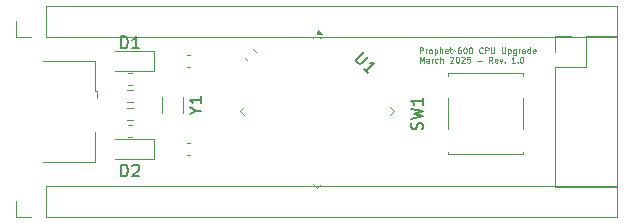
<source format=gbr>
%TF.GenerationSoftware,KiCad,Pcbnew,9.0.0*%
%TF.CreationDate,2025-03-29T18:59:15-04:00*%
%TF.ProjectId,Pro600_CPU_Upgrade,50726f36-3030-45f4-9350-555f55706772,rev?*%
%TF.SameCoordinates,Original*%
%TF.FileFunction,Legend,Top*%
%TF.FilePolarity,Positive*%
%FSLAX46Y46*%
G04 Gerber Fmt 4.6, Leading zero omitted, Abs format (unit mm)*
G04 Created by KiCad (PCBNEW 9.0.0) date 2025-03-29 18:59:15*
%MOMM*%
%LPD*%
G01*
G04 APERTURE LIST*
%ADD10C,0.100000*%
%ADD11C,0.150000*%
%ADD12C,0.120000*%
G04 APERTURE END LIST*
D10*
X84934836Y-29378637D02*
X84934836Y-28878637D01*
X84934836Y-28878637D02*
X85125312Y-28878637D01*
X85125312Y-28878637D02*
X85172931Y-28902447D01*
X85172931Y-28902447D02*
X85196741Y-28926256D01*
X85196741Y-28926256D02*
X85220550Y-28973875D01*
X85220550Y-28973875D02*
X85220550Y-29045304D01*
X85220550Y-29045304D02*
X85196741Y-29092923D01*
X85196741Y-29092923D02*
X85172931Y-29116732D01*
X85172931Y-29116732D02*
X85125312Y-29140542D01*
X85125312Y-29140542D02*
X84934836Y-29140542D01*
X85434836Y-29378637D02*
X85434836Y-29045304D01*
X85434836Y-29140542D02*
X85458646Y-29092923D01*
X85458646Y-29092923D02*
X85482455Y-29069113D01*
X85482455Y-29069113D02*
X85530074Y-29045304D01*
X85530074Y-29045304D02*
X85577693Y-29045304D01*
X85815789Y-29378637D02*
X85768170Y-29354828D01*
X85768170Y-29354828D02*
X85744360Y-29331018D01*
X85744360Y-29331018D02*
X85720551Y-29283399D01*
X85720551Y-29283399D02*
X85720551Y-29140542D01*
X85720551Y-29140542D02*
X85744360Y-29092923D01*
X85744360Y-29092923D02*
X85768170Y-29069113D01*
X85768170Y-29069113D02*
X85815789Y-29045304D01*
X85815789Y-29045304D02*
X85887217Y-29045304D01*
X85887217Y-29045304D02*
X85934836Y-29069113D01*
X85934836Y-29069113D02*
X85958646Y-29092923D01*
X85958646Y-29092923D02*
X85982455Y-29140542D01*
X85982455Y-29140542D02*
X85982455Y-29283399D01*
X85982455Y-29283399D02*
X85958646Y-29331018D01*
X85958646Y-29331018D02*
X85934836Y-29354828D01*
X85934836Y-29354828D02*
X85887217Y-29378637D01*
X85887217Y-29378637D02*
X85815789Y-29378637D01*
X86196741Y-29045304D02*
X86196741Y-29545304D01*
X86196741Y-29069113D02*
X86244360Y-29045304D01*
X86244360Y-29045304D02*
X86339598Y-29045304D01*
X86339598Y-29045304D02*
X86387217Y-29069113D01*
X86387217Y-29069113D02*
X86411027Y-29092923D01*
X86411027Y-29092923D02*
X86434836Y-29140542D01*
X86434836Y-29140542D02*
X86434836Y-29283399D01*
X86434836Y-29283399D02*
X86411027Y-29331018D01*
X86411027Y-29331018D02*
X86387217Y-29354828D01*
X86387217Y-29354828D02*
X86339598Y-29378637D01*
X86339598Y-29378637D02*
X86244360Y-29378637D01*
X86244360Y-29378637D02*
X86196741Y-29354828D01*
X86649122Y-29378637D02*
X86649122Y-28878637D01*
X86863408Y-29378637D02*
X86863408Y-29116732D01*
X86863408Y-29116732D02*
X86839598Y-29069113D01*
X86839598Y-29069113D02*
X86791979Y-29045304D01*
X86791979Y-29045304D02*
X86720551Y-29045304D01*
X86720551Y-29045304D02*
X86672932Y-29069113D01*
X86672932Y-29069113D02*
X86649122Y-29092923D01*
X87291979Y-29354828D02*
X87244360Y-29378637D01*
X87244360Y-29378637D02*
X87149122Y-29378637D01*
X87149122Y-29378637D02*
X87101503Y-29354828D01*
X87101503Y-29354828D02*
X87077694Y-29307208D01*
X87077694Y-29307208D02*
X87077694Y-29116732D01*
X87077694Y-29116732D02*
X87101503Y-29069113D01*
X87101503Y-29069113D02*
X87149122Y-29045304D01*
X87149122Y-29045304D02*
X87244360Y-29045304D01*
X87244360Y-29045304D02*
X87291979Y-29069113D01*
X87291979Y-29069113D02*
X87315789Y-29116732D01*
X87315789Y-29116732D02*
X87315789Y-29164351D01*
X87315789Y-29164351D02*
X87077694Y-29211970D01*
X87458646Y-29045304D02*
X87649122Y-29045304D01*
X87530074Y-28878637D02*
X87530074Y-29307208D01*
X87530074Y-29307208D02*
X87553884Y-29354828D01*
X87553884Y-29354828D02*
X87601503Y-29378637D01*
X87601503Y-29378637D02*
X87649122Y-29378637D01*
X87744360Y-29188161D02*
X87768169Y-29164351D01*
X87768169Y-29164351D02*
X87815788Y-29140542D01*
X87815788Y-29140542D02*
X87911026Y-29188161D01*
X87911026Y-29188161D02*
X87958645Y-29164351D01*
X87958645Y-29164351D02*
X87982455Y-29140542D01*
X88387217Y-28878637D02*
X88291979Y-28878637D01*
X88291979Y-28878637D02*
X88244360Y-28902447D01*
X88244360Y-28902447D02*
X88220550Y-28926256D01*
X88220550Y-28926256D02*
X88172931Y-28997685D01*
X88172931Y-28997685D02*
X88149122Y-29092923D01*
X88149122Y-29092923D02*
X88149122Y-29283399D01*
X88149122Y-29283399D02*
X88172931Y-29331018D01*
X88172931Y-29331018D02*
X88196741Y-29354828D01*
X88196741Y-29354828D02*
X88244360Y-29378637D01*
X88244360Y-29378637D02*
X88339598Y-29378637D01*
X88339598Y-29378637D02*
X88387217Y-29354828D01*
X88387217Y-29354828D02*
X88411026Y-29331018D01*
X88411026Y-29331018D02*
X88434836Y-29283399D01*
X88434836Y-29283399D02*
X88434836Y-29164351D01*
X88434836Y-29164351D02*
X88411026Y-29116732D01*
X88411026Y-29116732D02*
X88387217Y-29092923D01*
X88387217Y-29092923D02*
X88339598Y-29069113D01*
X88339598Y-29069113D02*
X88244360Y-29069113D01*
X88244360Y-29069113D02*
X88196741Y-29092923D01*
X88196741Y-29092923D02*
X88172931Y-29116732D01*
X88172931Y-29116732D02*
X88149122Y-29164351D01*
X88744359Y-28878637D02*
X88791978Y-28878637D01*
X88791978Y-28878637D02*
X88839597Y-28902447D01*
X88839597Y-28902447D02*
X88863407Y-28926256D01*
X88863407Y-28926256D02*
X88887216Y-28973875D01*
X88887216Y-28973875D02*
X88911026Y-29069113D01*
X88911026Y-29069113D02*
X88911026Y-29188161D01*
X88911026Y-29188161D02*
X88887216Y-29283399D01*
X88887216Y-29283399D02*
X88863407Y-29331018D01*
X88863407Y-29331018D02*
X88839597Y-29354828D01*
X88839597Y-29354828D02*
X88791978Y-29378637D01*
X88791978Y-29378637D02*
X88744359Y-29378637D01*
X88744359Y-29378637D02*
X88696740Y-29354828D01*
X88696740Y-29354828D02*
X88672931Y-29331018D01*
X88672931Y-29331018D02*
X88649121Y-29283399D01*
X88649121Y-29283399D02*
X88625312Y-29188161D01*
X88625312Y-29188161D02*
X88625312Y-29069113D01*
X88625312Y-29069113D02*
X88649121Y-28973875D01*
X88649121Y-28973875D02*
X88672931Y-28926256D01*
X88672931Y-28926256D02*
X88696740Y-28902447D01*
X88696740Y-28902447D02*
X88744359Y-28878637D01*
X89220549Y-28878637D02*
X89268168Y-28878637D01*
X89268168Y-28878637D02*
X89315787Y-28902447D01*
X89315787Y-28902447D02*
X89339597Y-28926256D01*
X89339597Y-28926256D02*
X89363406Y-28973875D01*
X89363406Y-28973875D02*
X89387216Y-29069113D01*
X89387216Y-29069113D02*
X89387216Y-29188161D01*
X89387216Y-29188161D02*
X89363406Y-29283399D01*
X89363406Y-29283399D02*
X89339597Y-29331018D01*
X89339597Y-29331018D02*
X89315787Y-29354828D01*
X89315787Y-29354828D02*
X89268168Y-29378637D01*
X89268168Y-29378637D02*
X89220549Y-29378637D01*
X89220549Y-29378637D02*
X89172930Y-29354828D01*
X89172930Y-29354828D02*
X89149121Y-29331018D01*
X89149121Y-29331018D02*
X89125311Y-29283399D01*
X89125311Y-29283399D02*
X89101502Y-29188161D01*
X89101502Y-29188161D02*
X89101502Y-29069113D01*
X89101502Y-29069113D02*
X89125311Y-28973875D01*
X89125311Y-28973875D02*
X89149121Y-28926256D01*
X89149121Y-28926256D02*
X89172930Y-28902447D01*
X89172930Y-28902447D02*
X89220549Y-28878637D01*
X90268167Y-29331018D02*
X90244358Y-29354828D01*
X90244358Y-29354828D02*
X90172929Y-29378637D01*
X90172929Y-29378637D02*
X90125310Y-29378637D01*
X90125310Y-29378637D02*
X90053882Y-29354828D01*
X90053882Y-29354828D02*
X90006263Y-29307208D01*
X90006263Y-29307208D02*
X89982453Y-29259589D01*
X89982453Y-29259589D02*
X89958644Y-29164351D01*
X89958644Y-29164351D02*
X89958644Y-29092923D01*
X89958644Y-29092923D02*
X89982453Y-28997685D01*
X89982453Y-28997685D02*
X90006263Y-28950066D01*
X90006263Y-28950066D02*
X90053882Y-28902447D01*
X90053882Y-28902447D02*
X90125310Y-28878637D01*
X90125310Y-28878637D02*
X90172929Y-28878637D01*
X90172929Y-28878637D02*
X90244358Y-28902447D01*
X90244358Y-28902447D02*
X90268167Y-28926256D01*
X90482453Y-29378637D02*
X90482453Y-28878637D01*
X90482453Y-28878637D02*
X90672929Y-28878637D01*
X90672929Y-28878637D02*
X90720548Y-28902447D01*
X90720548Y-28902447D02*
X90744358Y-28926256D01*
X90744358Y-28926256D02*
X90768167Y-28973875D01*
X90768167Y-28973875D02*
X90768167Y-29045304D01*
X90768167Y-29045304D02*
X90744358Y-29092923D01*
X90744358Y-29092923D02*
X90720548Y-29116732D01*
X90720548Y-29116732D02*
X90672929Y-29140542D01*
X90672929Y-29140542D02*
X90482453Y-29140542D01*
X90982453Y-28878637D02*
X90982453Y-29283399D01*
X90982453Y-29283399D02*
X91006263Y-29331018D01*
X91006263Y-29331018D02*
X91030072Y-29354828D01*
X91030072Y-29354828D02*
X91077691Y-29378637D01*
X91077691Y-29378637D02*
X91172929Y-29378637D01*
X91172929Y-29378637D02*
X91220548Y-29354828D01*
X91220548Y-29354828D02*
X91244358Y-29331018D01*
X91244358Y-29331018D02*
X91268167Y-29283399D01*
X91268167Y-29283399D02*
X91268167Y-28878637D01*
X91887215Y-28878637D02*
X91887215Y-29283399D01*
X91887215Y-29283399D02*
X91911025Y-29331018D01*
X91911025Y-29331018D02*
X91934834Y-29354828D01*
X91934834Y-29354828D02*
X91982453Y-29378637D01*
X91982453Y-29378637D02*
X92077691Y-29378637D01*
X92077691Y-29378637D02*
X92125310Y-29354828D01*
X92125310Y-29354828D02*
X92149120Y-29331018D01*
X92149120Y-29331018D02*
X92172929Y-29283399D01*
X92172929Y-29283399D02*
X92172929Y-28878637D01*
X92411025Y-29045304D02*
X92411025Y-29545304D01*
X92411025Y-29069113D02*
X92458644Y-29045304D01*
X92458644Y-29045304D02*
X92553882Y-29045304D01*
X92553882Y-29045304D02*
X92601501Y-29069113D01*
X92601501Y-29069113D02*
X92625311Y-29092923D01*
X92625311Y-29092923D02*
X92649120Y-29140542D01*
X92649120Y-29140542D02*
X92649120Y-29283399D01*
X92649120Y-29283399D02*
X92625311Y-29331018D01*
X92625311Y-29331018D02*
X92601501Y-29354828D01*
X92601501Y-29354828D02*
X92553882Y-29378637D01*
X92553882Y-29378637D02*
X92458644Y-29378637D01*
X92458644Y-29378637D02*
X92411025Y-29354828D01*
X93077692Y-29045304D02*
X93077692Y-29450066D01*
X93077692Y-29450066D02*
X93053882Y-29497685D01*
X93053882Y-29497685D02*
X93030073Y-29521494D01*
X93030073Y-29521494D02*
X92982454Y-29545304D01*
X92982454Y-29545304D02*
X92911025Y-29545304D01*
X92911025Y-29545304D02*
X92863406Y-29521494D01*
X93077692Y-29354828D02*
X93030073Y-29378637D01*
X93030073Y-29378637D02*
X92934835Y-29378637D01*
X92934835Y-29378637D02*
X92887216Y-29354828D01*
X92887216Y-29354828D02*
X92863406Y-29331018D01*
X92863406Y-29331018D02*
X92839597Y-29283399D01*
X92839597Y-29283399D02*
X92839597Y-29140542D01*
X92839597Y-29140542D02*
X92863406Y-29092923D01*
X92863406Y-29092923D02*
X92887216Y-29069113D01*
X92887216Y-29069113D02*
X92934835Y-29045304D01*
X92934835Y-29045304D02*
X93030073Y-29045304D01*
X93030073Y-29045304D02*
X93077692Y-29069113D01*
X93315787Y-29378637D02*
X93315787Y-29045304D01*
X93315787Y-29140542D02*
X93339597Y-29092923D01*
X93339597Y-29092923D02*
X93363406Y-29069113D01*
X93363406Y-29069113D02*
X93411025Y-29045304D01*
X93411025Y-29045304D02*
X93458644Y-29045304D01*
X93839597Y-29378637D02*
X93839597Y-29116732D01*
X93839597Y-29116732D02*
X93815787Y-29069113D01*
X93815787Y-29069113D02*
X93768168Y-29045304D01*
X93768168Y-29045304D02*
X93672930Y-29045304D01*
X93672930Y-29045304D02*
X93625311Y-29069113D01*
X93839597Y-29354828D02*
X93791978Y-29378637D01*
X93791978Y-29378637D02*
X93672930Y-29378637D01*
X93672930Y-29378637D02*
X93625311Y-29354828D01*
X93625311Y-29354828D02*
X93601502Y-29307208D01*
X93601502Y-29307208D02*
X93601502Y-29259589D01*
X93601502Y-29259589D02*
X93625311Y-29211970D01*
X93625311Y-29211970D02*
X93672930Y-29188161D01*
X93672930Y-29188161D02*
X93791978Y-29188161D01*
X93791978Y-29188161D02*
X93839597Y-29164351D01*
X94291978Y-29378637D02*
X94291978Y-28878637D01*
X94291978Y-29354828D02*
X94244359Y-29378637D01*
X94244359Y-29378637D02*
X94149121Y-29378637D01*
X94149121Y-29378637D02*
X94101502Y-29354828D01*
X94101502Y-29354828D02*
X94077692Y-29331018D01*
X94077692Y-29331018D02*
X94053883Y-29283399D01*
X94053883Y-29283399D02*
X94053883Y-29140542D01*
X94053883Y-29140542D02*
X94077692Y-29092923D01*
X94077692Y-29092923D02*
X94101502Y-29069113D01*
X94101502Y-29069113D02*
X94149121Y-29045304D01*
X94149121Y-29045304D02*
X94244359Y-29045304D01*
X94244359Y-29045304D02*
X94291978Y-29069113D01*
X94720549Y-29354828D02*
X94672930Y-29378637D01*
X94672930Y-29378637D02*
X94577692Y-29378637D01*
X94577692Y-29378637D02*
X94530073Y-29354828D01*
X94530073Y-29354828D02*
X94506264Y-29307208D01*
X94506264Y-29307208D02*
X94506264Y-29116732D01*
X94506264Y-29116732D02*
X94530073Y-29069113D01*
X94530073Y-29069113D02*
X94577692Y-29045304D01*
X94577692Y-29045304D02*
X94672930Y-29045304D01*
X94672930Y-29045304D02*
X94720549Y-29069113D01*
X94720549Y-29069113D02*
X94744359Y-29116732D01*
X94744359Y-29116732D02*
X94744359Y-29164351D01*
X94744359Y-29164351D02*
X94506264Y-29211970D01*
X84934836Y-30183609D02*
X84934836Y-29683609D01*
X84934836Y-29683609D02*
X85101503Y-30040752D01*
X85101503Y-30040752D02*
X85268169Y-29683609D01*
X85268169Y-29683609D02*
X85268169Y-30183609D01*
X85720551Y-30183609D02*
X85720551Y-29921704D01*
X85720551Y-29921704D02*
X85696741Y-29874085D01*
X85696741Y-29874085D02*
X85649122Y-29850276D01*
X85649122Y-29850276D02*
X85553884Y-29850276D01*
X85553884Y-29850276D02*
X85506265Y-29874085D01*
X85720551Y-30159800D02*
X85672932Y-30183609D01*
X85672932Y-30183609D02*
X85553884Y-30183609D01*
X85553884Y-30183609D02*
X85506265Y-30159800D01*
X85506265Y-30159800D02*
X85482456Y-30112180D01*
X85482456Y-30112180D02*
X85482456Y-30064561D01*
X85482456Y-30064561D02*
X85506265Y-30016942D01*
X85506265Y-30016942D02*
X85553884Y-29993133D01*
X85553884Y-29993133D02*
X85672932Y-29993133D01*
X85672932Y-29993133D02*
X85720551Y-29969323D01*
X85958646Y-30183609D02*
X85958646Y-29850276D01*
X85958646Y-29945514D02*
X85982456Y-29897895D01*
X85982456Y-29897895D02*
X86006265Y-29874085D01*
X86006265Y-29874085D02*
X86053884Y-29850276D01*
X86053884Y-29850276D02*
X86101503Y-29850276D01*
X86482456Y-30159800D02*
X86434837Y-30183609D01*
X86434837Y-30183609D02*
X86339599Y-30183609D01*
X86339599Y-30183609D02*
X86291980Y-30159800D01*
X86291980Y-30159800D02*
X86268170Y-30135990D01*
X86268170Y-30135990D02*
X86244361Y-30088371D01*
X86244361Y-30088371D02*
X86244361Y-29945514D01*
X86244361Y-29945514D02*
X86268170Y-29897895D01*
X86268170Y-29897895D02*
X86291980Y-29874085D01*
X86291980Y-29874085D02*
X86339599Y-29850276D01*
X86339599Y-29850276D02*
X86434837Y-29850276D01*
X86434837Y-29850276D02*
X86482456Y-29874085D01*
X86696741Y-30183609D02*
X86696741Y-29683609D01*
X86911027Y-30183609D02*
X86911027Y-29921704D01*
X86911027Y-29921704D02*
X86887217Y-29874085D01*
X86887217Y-29874085D02*
X86839598Y-29850276D01*
X86839598Y-29850276D02*
X86768170Y-29850276D01*
X86768170Y-29850276D02*
X86720551Y-29874085D01*
X86720551Y-29874085D02*
X86696741Y-29897895D01*
X87506265Y-29731228D02*
X87530074Y-29707419D01*
X87530074Y-29707419D02*
X87577693Y-29683609D01*
X87577693Y-29683609D02*
X87696741Y-29683609D01*
X87696741Y-29683609D02*
X87744360Y-29707419D01*
X87744360Y-29707419D02*
X87768169Y-29731228D01*
X87768169Y-29731228D02*
X87791979Y-29778847D01*
X87791979Y-29778847D02*
X87791979Y-29826466D01*
X87791979Y-29826466D02*
X87768169Y-29897895D01*
X87768169Y-29897895D02*
X87482455Y-30183609D01*
X87482455Y-30183609D02*
X87791979Y-30183609D01*
X88101502Y-29683609D02*
X88149121Y-29683609D01*
X88149121Y-29683609D02*
X88196740Y-29707419D01*
X88196740Y-29707419D02*
X88220550Y-29731228D01*
X88220550Y-29731228D02*
X88244359Y-29778847D01*
X88244359Y-29778847D02*
X88268169Y-29874085D01*
X88268169Y-29874085D02*
X88268169Y-29993133D01*
X88268169Y-29993133D02*
X88244359Y-30088371D01*
X88244359Y-30088371D02*
X88220550Y-30135990D01*
X88220550Y-30135990D02*
X88196740Y-30159800D01*
X88196740Y-30159800D02*
X88149121Y-30183609D01*
X88149121Y-30183609D02*
X88101502Y-30183609D01*
X88101502Y-30183609D02*
X88053883Y-30159800D01*
X88053883Y-30159800D02*
X88030074Y-30135990D01*
X88030074Y-30135990D02*
X88006264Y-30088371D01*
X88006264Y-30088371D02*
X87982455Y-29993133D01*
X87982455Y-29993133D02*
X87982455Y-29874085D01*
X87982455Y-29874085D02*
X88006264Y-29778847D01*
X88006264Y-29778847D02*
X88030074Y-29731228D01*
X88030074Y-29731228D02*
X88053883Y-29707419D01*
X88053883Y-29707419D02*
X88101502Y-29683609D01*
X88458645Y-29731228D02*
X88482454Y-29707419D01*
X88482454Y-29707419D02*
X88530073Y-29683609D01*
X88530073Y-29683609D02*
X88649121Y-29683609D01*
X88649121Y-29683609D02*
X88696740Y-29707419D01*
X88696740Y-29707419D02*
X88720549Y-29731228D01*
X88720549Y-29731228D02*
X88744359Y-29778847D01*
X88744359Y-29778847D02*
X88744359Y-29826466D01*
X88744359Y-29826466D02*
X88720549Y-29897895D01*
X88720549Y-29897895D02*
X88434835Y-30183609D01*
X88434835Y-30183609D02*
X88744359Y-30183609D01*
X89196739Y-29683609D02*
X88958644Y-29683609D01*
X88958644Y-29683609D02*
X88934835Y-29921704D01*
X88934835Y-29921704D02*
X88958644Y-29897895D01*
X88958644Y-29897895D02*
X89006263Y-29874085D01*
X89006263Y-29874085D02*
X89125311Y-29874085D01*
X89125311Y-29874085D02*
X89172930Y-29897895D01*
X89172930Y-29897895D02*
X89196739Y-29921704D01*
X89196739Y-29921704D02*
X89220549Y-29969323D01*
X89220549Y-29969323D02*
X89220549Y-30088371D01*
X89220549Y-30088371D02*
X89196739Y-30135990D01*
X89196739Y-30135990D02*
X89172930Y-30159800D01*
X89172930Y-30159800D02*
X89125311Y-30183609D01*
X89125311Y-30183609D02*
X89006263Y-30183609D01*
X89006263Y-30183609D02*
X88958644Y-30159800D01*
X88958644Y-30159800D02*
X88934835Y-30135990D01*
X89815786Y-29993133D02*
X90196739Y-29993133D01*
X91101500Y-30183609D02*
X90934834Y-29945514D01*
X90815786Y-30183609D02*
X90815786Y-29683609D01*
X90815786Y-29683609D02*
X91006262Y-29683609D01*
X91006262Y-29683609D02*
X91053881Y-29707419D01*
X91053881Y-29707419D02*
X91077691Y-29731228D01*
X91077691Y-29731228D02*
X91101500Y-29778847D01*
X91101500Y-29778847D02*
X91101500Y-29850276D01*
X91101500Y-29850276D02*
X91077691Y-29897895D01*
X91077691Y-29897895D02*
X91053881Y-29921704D01*
X91053881Y-29921704D02*
X91006262Y-29945514D01*
X91006262Y-29945514D02*
X90815786Y-29945514D01*
X91506262Y-30159800D02*
X91458643Y-30183609D01*
X91458643Y-30183609D02*
X91363405Y-30183609D01*
X91363405Y-30183609D02*
X91315786Y-30159800D01*
X91315786Y-30159800D02*
X91291977Y-30112180D01*
X91291977Y-30112180D02*
X91291977Y-29921704D01*
X91291977Y-29921704D02*
X91315786Y-29874085D01*
X91315786Y-29874085D02*
X91363405Y-29850276D01*
X91363405Y-29850276D02*
X91458643Y-29850276D01*
X91458643Y-29850276D02*
X91506262Y-29874085D01*
X91506262Y-29874085D02*
X91530072Y-29921704D01*
X91530072Y-29921704D02*
X91530072Y-29969323D01*
X91530072Y-29969323D02*
X91291977Y-30016942D01*
X91696738Y-29850276D02*
X91815786Y-30183609D01*
X91815786Y-30183609D02*
X91934833Y-29850276D01*
X92125309Y-30135990D02*
X92149119Y-30159800D01*
X92149119Y-30159800D02*
X92125309Y-30183609D01*
X92125309Y-30183609D02*
X92101500Y-30159800D01*
X92101500Y-30159800D02*
X92125309Y-30135990D01*
X92125309Y-30135990D02*
X92125309Y-30183609D01*
X93006261Y-30183609D02*
X92720547Y-30183609D01*
X92863404Y-30183609D02*
X92863404Y-29683609D01*
X92863404Y-29683609D02*
X92815785Y-29755038D01*
X92815785Y-29755038D02*
X92768166Y-29802657D01*
X92768166Y-29802657D02*
X92720547Y-29826466D01*
X93220546Y-30135990D02*
X93244356Y-30159800D01*
X93244356Y-30159800D02*
X93220546Y-30183609D01*
X93220546Y-30183609D02*
X93196737Y-30159800D01*
X93196737Y-30159800D02*
X93220546Y-30135990D01*
X93220546Y-30135990D02*
X93220546Y-30183609D01*
X93553879Y-29683609D02*
X93601498Y-29683609D01*
X93601498Y-29683609D02*
X93649117Y-29707419D01*
X93649117Y-29707419D02*
X93672927Y-29731228D01*
X93672927Y-29731228D02*
X93696736Y-29778847D01*
X93696736Y-29778847D02*
X93720546Y-29874085D01*
X93720546Y-29874085D02*
X93720546Y-29993133D01*
X93720546Y-29993133D02*
X93696736Y-30088371D01*
X93696736Y-30088371D02*
X93672927Y-30135990D01*
X93672927Y-30135990D02*
X93649117Y-30159800D01*
X93649117Y-30159800D02*
X93601498Y-30183609D01*
X93601498Y-30183609D02*
X93553879Y-30183609D01*
X93553879Y-30183609D02*
X93506260Y-30159800D01*
X93506260Y-30159800D02*
X93482451Y-30135990D01*
X93482451Y-30135990D02*
X93458641Y-30088371D01*
X93458641Y-30088371D02*
X93434832Y-29993133D01*
X93434832Y-29993133D02*
X93434832Y-29874085D01*
X93434832Y-29874085D02*
X93458641Y-29778847D01*
X93458641Y-29778847D02*
X93482451Y-29731228D01*
X93482451Y-29731228D02*
X93506260Y-29707419D01*
X93506260Y-29707419D02*
X93553879Y-29683609D01*
D11*
X65978629Y-34226190D02*
X66454820Y-34226190D01*
X65454820Y-34559523D02*
X65978629Y-34226190D01*
X65978629Y-34226190D02*
X65454820Y-33892857D01*
X66454820Y-33035714D02*
X66454820Y-33607142D01*
X66454820Y-33321428D02*
X65454820Y-33321428D01*
X65454820Y-33321428D02*
X65597677Y-33416666D01*
X65597677Y-33416666D02*
X65692915Y-33511904D01*
X65692915Y-33511904D02*
X65740534Y-33607142D01*
X85157200Y-35833332D02*
X85204819Y-35690475D01*
X85204819Y-35690475D02*
X85204819Y-35452380D01*
X85204819Y-35452380D02*
X85157200Y-35357142D01*
X85157200Y-35357142D02*
X85109580Y-35309523D01*
X85109580Y-35309523D02*
X85014342Y-35261904D01*
X85014342Y-35261904D02*
X84919104Y-35261904D01*
X84919104Y-35261904D02*
X84823866Y-35309523D01*
X84823866Y-35309523D02*
X84776247Y-35357142D01*
X84776247Y-35357142D02*
X84728628Y-35452380D01*
X84728628Y-35452380D02*
X84681009Y-35642856D01*
X84681009Y-35642856D02*
X84633390Y-35738094D01*
X84633390Y-35738094D02*
X84585771Y-35785713D01*
X84585771Y-35785713D02*
X84490533Y-35833332D01*
X84490533Y-35833332D02*
X84395295Y-35833332D01*
X84395295Y-35833332D02*
X84300057Y-35785713D01*
X84300057Y-35785713D02*
X84252438Y-35738094D01*
X84252438Y-35738094D02*
X84204819Y-35642856D01*
X84204819Y-35642856D02*
X84204819Y-35404761D01*
X84204819Y-35404761D02*
X84252438Y-35261904D01*
X84204819Y-34928570D02*
X85204819Y-34690475D01*
X85204819Y-34690475D02*
X84490533Y-34499999D01*
X84490533Y-34499999D02*
X85204819Y-34309523D01*
X85204819Y-34309523D02*
X84204819Y-34071428D01*
X85204819Y-33166666D02*
X85204819Y-33738094D01*
X85204819Y-33452380D02*
X84204819Y-33452380D01*
X84204819Y-33452380D02*
X84347676Y-33547618D01*
X84347676Y-33547618D02*
X84442914Y-33642856D01*
X84442914Y-33642856D02*
X84490533Y-33738094D01*
X59658905Y-39804819D02*
X59658905Y-38804819D01*
X59658905Y-38804819D02*
X59897000Y-38804819D01*
X59897000Y-38804819D02*
X60039857Y-38852438D01*
X60039857Y-38852438D02*
X60135095Y-38947676D01*
X60135095Y-38947676D02*
X60182714Y-39042914D01*
X60182714Y-39042914D02*
X60230333Y-39233390D01*
X60230333Y-39233390D02*
X60230333Y-39376247D01*
X60230333Y-39376247D02*
X60182714Y-39566723D01*
X60182714Y-39566723D02*
X60135095Y-39661961D01*
X60135095Y-39661961D02*
X60039857Y-39757200D01*
X60039857Y-39757200D02*
X59897000Y-39804819D01*
X59897000Y-39804819D02*
X59658905Y-39804819D01*
X60611286Y-38900057D02*
X60658905Y-38852438D01*
X60658905Y-38852438D02*
X60754143Y-38804819D01*
X60754143Y-38804819D02*
X60992238Y-38804819D01*
X60992238Y-38804819D02*
X61087476Y-38852438D01*
X61087476Y-38852438D02*
X61135095Y-38900057D01*
X61135095Y-38900057D02*
X61182714Y-38995295D01*
X61182714Y-38995295D02*
X61182714Y-39090533D01*
X61182714Y-39090533D02*
X61135095Y-39233390D01*
X61135095Y-39233390D02*
X60563667Y-39804819D01*
X60563667Y-39804819D02*
X61182714Y-39804819D01*
X80185043Y-29267460D02*
X79612623Y-29839880D01*
X79612623Y-29839880D02*
X79578951Y-29940895D01*
X79578951Y-29940895D02*
X79578951Y-30008239D01*
X79578951Y-30008239D02*
X79612623Y-30109254D01*
X79612623Y-30109254D02*
X79747310Y-30243941D01*
X79747310Y-30243941D02*
X79848325Y-30277613D01*
X79848325Y-30277613D02*
X79915669Y-30277613D01*
X79915669Y-30277613D02*
X80016684Y-30243941D01*
X80016684Y-30243941D02*
X80589104Y-29671521D01*
X80589104Y-31085735D02*
X80185043Y-30681674D01*
X80387073Y-30883704D02*
X81094180Y-30176598D01*
X81094180Y-30176598D02*
X80925821Y-30210269D01*
X80925821Y-30210269D02*
X80791134Y-30210269D01*
X80791134Y-30210269D02*
X80690119Y-30176598D01*
X59658905Y-28954819D02*
X59658905Y-27954819D01*
X59658905Y-27954819D02*
X59897000Y-27954819D01*
X59897000Y-27954819D02*
X60039857Y-28002438D01*
X60039857Y-28002438D02*
X60135095Y-28097676D01*
X60135095Y-28097676D02*
X60182714Y-28192914D01*
X60182714Y-28192914D02*
X60230333Y-28383390D01*
X60230333Y-28383390D02*
X60230333Y-28526247D01*
X60230333Y-28526247D02*
X60182714Y-28716723D01*
X60182714Y-28716723D02*
X60135095Y-28811961D01*
X60135095Y-28811961D02*
X60039857Y-28907200D01*
X60039857Y-28907200D02*
X59897000Y-28954819D01*
X59897000Y-28954819D02*
X59658905Y-28954819D01*
X61182714Y-28954819D02*
X60611286Y-28954819D01*
X60897000Y-28954819D02*
X60897000Y-27954819D01*
X60897000Y-27954819D02*
X60801762Y-28097676D01*
X60801762Y-28097676D02*
X60706524Y-28192914D01*
X60706524Y-28192914D02*
X60611286Y-28240533D01*
D12*
%TO.C,J5*%
X57410000Y-30040000D02*
X53050000Y-30040001D01*
X57410000Y-30040000D02*
X57410000Y-32540000D01*
X57410000Y-32540000D02*
X57610000Y-32540001D01*
X57410000Y-36060000D02*
X57410000Y-38560000D01*
X57410000Y-38560000D02*
X53050000Y-38559999D01*
X57610000Y-33200000D02*
X57610000Y-32540001D01*
%TO.C,J4*%
X96420000Y-27920000D02*
X97750000Y-27920000D01*
X96420000Y-29250000D02*
X96420000Y-27920000D01*
X96420000Y-30520001D02*
X96420000Y-40740000D01*
X96420000Y-30520001D02*
X99020000Y-30520000D01*
X96420000Y-40740000D02*
X101620000Y-40740000D01*
X99020000Y-30520000D02*
X99020001Y-27920000D01*
X99020001Y-27920000D02*
X101620000Y-27920000D01*
X101620000Y-27920000D02*
X101620000Y-40740000D01*
%TO.C,R3*%
X60142276Y-33977500D02*
X60651724Y-33977500D01*
X60142276Y-35022500D02*
X60651724Y-35022500D01*
%TO.C,Y1*%
X63125000Y-33074999D02*
X63125000Y-34425001D01*
X64875000Y-33074999D02*
X64875000Y-34425001D01*
%TO.C,SW1*%
X87350000Y-31050000D02*
X93650000Y-31050000D01*
X87350000Y-31300000D02*
X87350000Y-31050000D01*
X87350000Y-35800000D02*
X87350000Y-33200000D01*
X87350000Y-37950000D02*
X87350000Y-37700000D01*
X93650000Y-31050000D02*
X93650000Y-31300000D01*
X93650000Y-33200000D02*
X93650000Y-35800000D01*
X93650000Y-37700000D02*
X93650000Y-37950000D01*
X93650000Y-37950000D02*
X87350000Y-37950000D01*
%TO.C,J3*%
X50740000Y-28000000D02*
X50740000Y-26670000D01*
X52070000Y-28000000D02*
X50740000Y-28000000D01*
X53340000Y-25340000D02*
X101660000Y-25340000D01*
X53340000Y-28000000D02*
X53340000Y-25340000D01*
X53340000Y-28000000D02*
X101660000Y-28000000D01*
X101660000Y-28000000D02*
X101660000Y-25340000D01*
%TO.C,D2*%
X62407000Y-36650000D02*
X59147000Y-36650000D01*
X62407000Y-38350000D02*
X59147000Y-38350000D01*
X62407000Y-38350000D02*
X62407000Y-36650000D01*
%TO.C,U1*%
X69710475Y-34300000D02*
X70046351Y-33964124D01*
X70046351Y-34635876D02*
X69710475Y-34300000D01*
X75894124Y-28116351D02*
X76060294Y-27950181D01*
X75894124Y-40483649D02*
X76230000Y-40819525D01*
X76230000Y-40819525D02*
X76565876Y-40483649D01*
X76565876Y-28116351D02*
X76442132Y-27992608D01*
X82413649Y-33964124D02*
X82749525Y-34300000D01*
X82749525Y-34300000D02*
X82413649Y-34635876D01*
X76633051Y-27716836D02*
X76230000Y-27780475D01*
X76293640Y-27377425D01*
X76633051Y-27716836D01*
G36*
X76633051Y-27716836D02*
G01*
X76230000Y-27780475D01*
X76293640Y-27377425D01*
X76633051Y-27716836D01*
G37*
%TO.C,C9*%
X70126069Y-29747318D02*
X70332922Y-29954171D01*
X70847318Y-29026069D02*
X71054171Y-29232922D01*
%TO.C,C2*%
X65508768Y-29490000D02*
X65216234Y-29490000D01*
X65508768Y-30510000D02*
X65216234Y-30510000D01*
%TO.C,C4*%
X60250733Y-35490000D02*
X60543267Y-35490000D01*
X60250733Y-36510000D02*
X60543267Y-36510000D01*
%TO.C,D1*%
X62407000Y-29150000D02*
X59147000Y-29150000D01*
X62407000Y-30850000D02*
X59147000Y-30850000D01*
X62407000Y-30850000D02*
X62407000Y-29150000D01*
%TO.C,C3*%
X60250733Y-31043000D02*
X60543267Y-31043000D01*
X60250733Y-32063000D02*
X60543267Y-32063000D01*
%TO.C,J2*%
X50740000Y-43240000D02*
X50740000Y-41910000D01*
X52070000Y-43240000D02*
X50740000Y-43240000D01*
X53340000Y-40580000D02*
X101660000Y-40580000D01*
X53340000Y-43240000D02*
X53340000Y-40580000D01*
X53340000Y-43240000D02*
X101660000Y-43240000D01*
X101660000Y-43240000D02*
X101660000Y-40580000D01*
%TO.C,R4*%
X60142276Y-32477500D02*
X60651724Y-32477500D01*
X60142276Y-33522500D02*
X60651724Y-33522500D01*
%TO.C,C1*%
X65508768Y-36990000D02*
X65216234Y-36990000D01*
X65508768Y-38010000D02*
X65216234Y-38010000D01*
%TD*%
M02*

</source>
